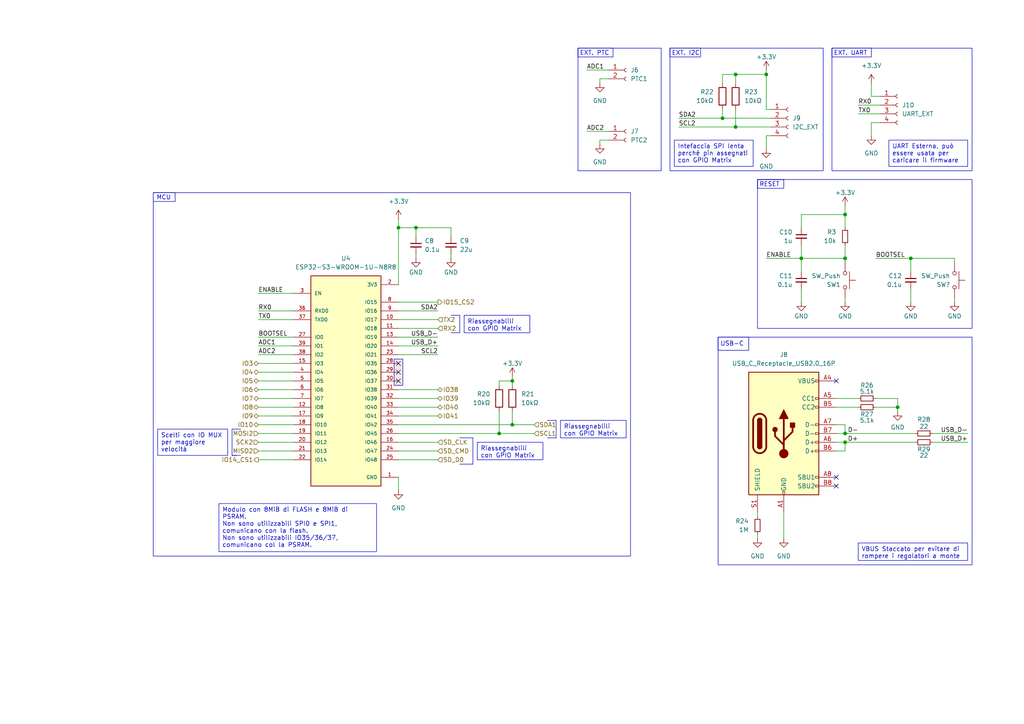
<source format=kicad_sch>
(kicad_sch (version 20250114) (generator "eeschema") (generator_version "9.0")
  (paper "A4")
  (lib_symbols
    (symbol "Connector:Conn_01x02_Socket" (pin_names (offset 1.016) (hide yes))
      (property "Reference" "J" (at 0 2.54 0))
      (property "Value" "Conn_01x02_Socket" (at 0 -5.08 0))
      (symbol "Conn_01x02_Socket_1_1"
        (polyline (pts (xy -1.27 0) (xy -0.508 0)) (stroke (width 0.1524)))
        (polyline (pts (xy -1.27 -2.54) (xy -0.508 -2.54)) (stroke (width 0.1524)))
        (arc (start 0 -0.508) (mid -0.5058 0) (end 0 0.508) (stroke (width 0.1524)))
        (arc (start 0 -3.048) (mid -0.5058 -2.54) (end 0 -2.032) (stroke (width 0.1524)))
        (pin passive line (at -5.08 0 0) (length 3.81) (name "Pin_1") (number "1"))
        (pin passive line (at -5.08 -2.54 0) (length 3.81) (name "Pin_2") (number "2"))
      )
    )
    (symbol "Connector:Conn_01x04_Socket" (pin_names (offset 1.016) (hide yes))
      (property "Reference" "J" (at 0 5.08 0))
      (property "Value" "Conn_01x04_Socket" (at 0 -7.62 0))
      (symbol "Conn_01x04_Socket_1_1"
        (polyline (pts (xy -1.27 2.54) (xy -0.508 2.54)) (stroke (width 0.1524)))
        (polyline (pts (xy -1.27 0) (xy -0.508 0)) (stroke (width 0.1524)))
        (polyline (pts (xy -1.27 -2.54) (xy -0.508 -2.54)) (stroke (width 0.1524)))
        (polyline (pts (xy -1.27 -5.08) (xy -0.508 -5.08)) (stroke (width 0.1524)))
        (arc (start 0 2.032) (mid -0.5058 2.54) (end 0 3.048) (stroke (width 0.1524)))
        (arc (start 0 -0.508) (mid -0.5058 0) (end 0 0.508) (stroke (width 0.1524)))
        (arc (start 0 -3.048) (mid -0.5058 -2.54) (end 0 -2.032) (stroke (width 0.1524)))
        (arc (start 0 -5.588) (mid -0.5058 -5.08) (end 0 -4.572) (stroke (width 0.1524)))
        (pin passive line (at -5.08 2.54 0) (length 3.81) (name "Pin_1") (number "1"))
        (pin passive line (at -5.08 0 0) (length 3.81) (name "Pin_2") (number "2"))
        (pin passive line (at -5.08 -2.54 0) (length 3.81) (name "Pin_3") (number "3"))
        (pin passive line (at -5.08 -5.08 0) (length 3.81) (name "Pin_4") (number "4"))
      )
    )
    (symbol "Connector:USB_C_Receptacle_USB2.0_16P" (pin_names (offset 1.016))
      (property "Reference" "J" (at 0 22.225 0))
      (property "Value" "USB_C_Receptacle_USB2.0_16P" (at 0 19.685 0))
      (symbol "USB_C_Receptacle_USB2.0_16P_0_0"
        (rectangle (start -0.254 -17.78) (end 0.254 -16.764))
        (rectangle (start 10.16 15.494) (end 9.144 14.986))
        (rectangle (start 10.16 10.414) (end 9.144 9.906))
        (rectangle (start 10.16 7.874) (end 9.144 7.366))
        (rectangle (start 10.16 2.794) (end 9.144 2.286))
        (rectangle (start 10.16 0.254) (end 9.144 -0.254))
        (rectangle (start 10.16 -2.286) (end 9.144 -2.794))
        (rectangle (start 10.16 -4.826) (end 9.144 -5.334))
        (rectangle (start 10.16 -12.446) (end 9.144 -12.954))
        (rectangle (start 10.16 -14.986) (end 9.144 -15.494))
      )
      (symbol "USB_C_Receptacle_USB2.0_16P_0_1"
        (rectangle (start -10.16 17.78) (end 10.16 -17.78) (stroke (width 0.254)) (fill (type background)))
        (polyline (pts (xy -8.89 -3.81) (xy -8.89 3.81)) (stroke (width 0.508)))
        (rectangle (start -7.62 -3.81) (end -6.35 3.81) (stroke (width 0.254)) (fill (type outline)))
        (arc (start -7.62 3.81) (mid -6.985 4.4423) (end -6.35 3.81) (stroke (width 0.254)))
        (arc (start -7.62 3.81) (mid -6.985 4.4423) (end -6.35 3.81) (stroke (width 0.254)) (fill (type outline)))
        (arc (start -8.89 3.81) (mid -6.985 5.7067) (end -5.08 3.81) (stroke (width 0.508)))
        (arc (start -5.08 -3.81) (mid -6.985 -5.7067) (end -8.89 -3.81) (stroke (width 0.508)))
        (arc (start -6.35 -3.81) (mid -6.985 -4.4423) (end -7.62 -3.81) (stroke (width 0.254)))
        (arc (start -6.35 -3.81) (mid -6.985 -4.4423) (end -7.62 -3.81) (stroke (width 0.254)) (fill (type outline)))
        (polyline (pts (xy -5.08 3.81) (xy -5.08 -3.81)) (stroke (width 0.508)))
        (circle (center -2.54 1.143) (radius 0.635) (stroke (width 0.254)) (fill (type outline)))
        (polyline (pts (xy -1.27 4.318) (xy 0 6.858) (xy 1.27 4.318) (xy -1.27 4.318)) (stroke (width 0.254)) (fill (type outline)))
        (polyline (pts (xy 0 -2.032) (xy 2.54 0.508) (xy 2.54 1.778)) (stroke (width 0.508)))
        (polyline (pts (xy 0 -3.302) (xy -2.54 -0.762) (xy -2.54 0.508)) (stroke (width 0.508)))
        (polyline (pts (xy 0 -5.842) (xy 0 4.318)) (stroke (width 0.508)))
        (circle (center 0 -5.842) (radius 1.27) (fill (type outline)))
        (rectangle (start 1.905 1.778) (end 3.175 3.048) (stroke (width 0.254)) (fill (type outline)))
      )
      (symbol "USB_C_Receptacle_USB2.0_16P_1_1"
        (pin passive line (at -7.62 -22.86 90) (length 5.08) (name "SHIELD") (number "S1"))
        (pin passive line (at 0 -22.86 90) (length 5.08) (name "GND") (number "A1"))
        (pin passive line (at 0 -22.86 90) (length 5.08) (hide yes) (name "GND") (number "A12"))
        (pin passive line (at 0 -22.86 90) (length 5.08) (hide yes) (name "GND") (number "B1"))
        (pin passive line (at 0 -22.86 90) (length 5.08) (hide yes) (name "GND") (number "B12"))
        (pin passive line (at 15.24 15.24 180) (length 5.08) (name "VBUS") (number "A4"))
        (pin passive line (at 15.24 15.24 180) (length 5.08) (hide yes) (name "VBUS") (number "A9"))
        (pin passive line (at 15.24 15.24 180) (length 5.08) (hide yes) (name "VBUS") (number "B4"))
        (pin passive line (at 15.24 15.24 180) (length 5.08) (hide yes) (name "VBUS") (number "B9"))
        (pin bidirectional line (at 15.24 10.16 180) (length 5.08) (name "CC1") (number "A5"))
        (pin bidirectional line (at 15.24 7.62 180) (length 5.08) (name "CC2") (number "B5"))
        (pin bidirectional line (at 15.24 2.54 180) (length 5.08) (name "D-") (number "A7"))
        (pin bidirectional line (at 15.24 0 180) (length 5.08) (name "D-") (number "B7"))
        (pin bidirectional line (at 15.24 -2.54 180) (length 5.08) (name "D+") (number "A6"))
        (pin bidirectional line (at 15.24 -5.08 180) (length 5.08) (name "D+") (number "B6"))
        (pin bidirectional line (at 15.24 -12.7 180) (length 5.08) (name "SBU1") (number "A8"))
        (pin bidirectional line (at 15.24 -15.24 180) (length 5.08) (name "SBU2") (number "B8"))
      )
    )
    (symbol "Device:C_Small" (pin_numbers (hide yes)) (pin_names (offset 0.254) (hide yes))
      (property "Reference" "C" (at 0.254 1.778 0))
      (property "Value" "C_Small" (at 0.254 -2.032 0))
      (symbol "C_Small_0_1"
        (polyline (pts (xy -1.524 0.508) (xy 1.524 0.508)) (stroke (width 0.3048)))
        (polyline (pts (xy -1.524 -0.508) (xy 1.524 -0.508)) (stroke (width 0.3302)))
      )
      (symbol "C_Small_1_1"
        (pin passive line (at 0 2.54 270) (length 2.032) (name "~") (number "1"))
        (pin passive line (at 0 -2.54 90) (length 2.032) (name "~") (number "2"))
      )
    )
    (symbol "Device:R" (pin_numbers (hide yes)) (pin_names (offset 0))
      (property "Reference" "R" (at 2.032 0 90))
      (property "Value" "R" (at 0 0 90))
      (symbol "R_0_1"
        (rectangle (start -1.016 -2.54) (end 1.016 2.54) (stroke (width 0.254)))
      )
      (symbol "R_1_1"
        (pin passive line (at 0 3.81 270) (length 1.27) (name "~") (number "1"))
        (pin passive line (at 0 -3.81 90) (length 1.27) (name "~") (number "2"))
      )
    )
    (symbol "Device:R_Small" (pin_numbers (hide yes)) (pin_names (offset 0.254) (hide yes))
      (property "Reference" "R" (at 0 0 90))
      (property "Value" "R_Small" (at 1.778 0 90))
      (symbol "R_Small_0_1"
        (rectangle (start -0.762 1.778) (end 0.762 -1.778) (stroke (width 0.2032)))
      )
      (symbol "R_Small_1_1"
        (pin passive line (at 0 2.54 270) (length 0.762) (name "~") (number "1"))
        (pin passive line (at 0 -2.54 90) (length 0.762) (name "~") (number "2"))
      )
    )
    (symbol "ESP32-S3-WROOM-1U-N8R8_1" (pin_names (offset 1.016))
      (property "Reference" "U" (at -10.16 31.242 0))
      (property "Value" "ESP32-S3-WROOM-1U-N8R8" (at -10.16 -33.02 0))
      (symbol "ESP32-S3-WROOM-1U-N8R8_1_0_0"
        (rectangle (start -10.16 -30.48) (end 10.16 30.48) (stroke (width 0.254)) (fill (type background)))
        (pin input line (at -15.24 25.4 0) (length 5.08) (name "EN") (number "3"))
        (pin bidirectional line (at -15.24 20.32 0) (length 5.08) (name "RXD0") (number "36"))
        (pin bidirectional line (at -15.24 17.78 0) (length 5.08) (name "TXD0") (number "37"))
        (pin bidirectional line (at -15.24 12.7 0) (length 5.08) (name "IO0") (number "27"))
        (pin bidirectional line (at -15.24 10.16 0) (length 5.08) (name "IO1") (number "39"))
        (pin bidirectional line (at -15.24 7.62 0) (length 5.08) (name "IO2") (number "38"))
        (pin bidirectional line (at -15.24 5.08 0) (length 5.08) (name "IO3") (number "15"))
        (pin bidirectional line (at -15.24 2.54 0) (length 5.08) (name "IO4") (number "4"))
        (pin bidirectional line (at -15.24 0 0) (length 5.08) (name "IO5") (number "5"))
        (pin bidirectional line (at -15.24 -2.54 0) (length 5.08) (name "IO6") (number "6"))
        (pin bidirectional line (at -15.24 -5.08 0) (length 5.08) (name "IO7") (number "7"))
        (pin bidirectional line (at -15.24 -7.62 0) (length 5.08) (name "IO8") (number "12"))
        (pin bidirectional line (at -15.24 -10.16 0) (length 5.08) (name "IO9") (number "17"))
        (pin bidirectional line (at -15.24 -12.7 0) (length 5.08) (name "IO10") (number "18"))
        (pin bidirectional line (at -15.24 -15.24 0) (length 5.08) (name "IO11") (number "19"))
        (pin bidirectional line (at -15.24 -17.78 0) (length 5.08) (name "IO12") (number "20"))
        (pin bidirectional line (at -15.24 -20.32 0) (length 5.08) (name "IO13") (number "21"))
        (pin bidirectional line (at -15.24 -22.86 0) (length 5.08) (name "IO14") (number "22"))
        (pin power_in line (at 15.24 27.94 180) (length 5.08) (name "3V3") (number "2"))
        (pin bidirectional line (at 15.24 22.86 180) (length 5.08) (name "IO15") (number "8"))
        (pin bidirectional line (at 15.24 20.32 180) (length 5.08) (name "IO16") (number "9"))
        (pin bidirectional line (at 15.24 17.78 180) (length 5.08) (name "IO17") (number "10"))
        (pin bidirectional line (at 15.24 15.24 180) (length 5.08) (name "IO18") (number "11"))
        (pin bidirectional line (at 15.24 12.7 180) (length 5.08) (name "IO19") (number "13"))
        (pin bidirectional line (at 15.24 10.16 180) (length 5.08) (name "IO20") (number "14"))
        (pin bidirectional line (at 15.24 7.62 180) (length 5.08) (name "IO21") (number "23"))
        (pin bidirectional line (at 15.24 5.08 180) (length 5.08) (name "IO35") (number "28"))
        (pin bidirectional line (at 15.24 2.54 180) (length 5.08) (name "IO36") (number "29"))
        (pin bidirectional line (at 15.24 0 180) (length 5.08) (name "IO37") (number "30"))
        (pin bidirectional line (at 15.24 -2.54 180) (length 5.08) (name "IO38") (number "31"))
        (pin bidirectional line (at 15.24 -5.08 180) (length 5.08) (name "IO39") (number "32"))
        (pin bidirectional line (at 15.24 -7.62 180) (length 5.08) (name "IO40") (number "33"))
        (pin bidirectional line (at 15.24 -10.16 180) (length 5.08) (name "IO41") (number "34"))
        (pin bidirectional line (at 15.24 -12.7 180) (length 5.08) (name "IO42") (number "35"))
        (pin bidirectional line (at 15.24 -15.24 180) (length 5.08) (name "IO45") (number "26"))
        (pin bidirectional line (at 15.24 -17.78 180) (length 5.08) (name "IO46") (number "16"))
        (pin bidirectional line (at 15.24 -20.32 180) (length 5.08) (name "IO47") (number "24"))
        (pin bidirectional line (at 15.24 -22.86 180) (length 5.08) (name "IO48") (number "25"))
        (pin power_in line (at 15.24 -27.94 180) (length 5.08) (name "GND") (number "1"))
        (pin power_in line (at 15.24 -27.94 180) (length 5.08) (hide yes) (name "GND") (number "40"))
        (pin power_in line (at 15.24 -27.94 180) (length 5.08) (hide yes) (name "GND") (number "41_1"))
        (pin power_in line (at 15.24 -27.94 180) (length 5.08) (hide yes) (name "GND") (number "41_2"))
        (pin power_in line (at 15.24 -27.94 180) (length 5.08) (hide yes) (name "GND") (number "41_3"))
        (pin power_in line (at 15.24 -27.94 180) (length 5.08) (hide yes) (name "GND") (number "41_4"))
        (pin power_in line (at 15.24 -27.94 180) (length 5.08) (hide yes) (name "GND") (number "41_5"))
        (pin power_in line (at 15.24 -27.94 180) (length 5.08) (hide yes) (name "GND") (number "41_6"))
        (pin power_in line (at 15.24 -27.94 180) (length 5.08) (hide yes) (name "GND") (number "41_7"))
        (pin power_in line (at 15.24 -27.94 180) (length 5.08) (hide yes) (name "GND") (number "41_8"))
        (pin power_in line (at 15.24 -27.94 180) (length 5.08) (hide yes) (name "GND") (number "41_9"))
      )
    )
    (symbol "Switch:SW_Push" (pin_numbers (hide yes)) (pin_names (offset 1.016) (hide yes))
      (property "Reference" "SW" (at 1.27 2.54 0))
      (property "Value" "SW_Push" (at 0 -1.524 0))
      (symbol "SW_Push_0_1"
        (circle (center -2.032 0) (radius 0.508))
        (polyline (pts (xy 0 1.27) (xy 0 3.048)))
        (circle (center 2.032 0) (radius 0.508))
        (polyline (pts (xy 2.54 1.27) (xy -2.54 1.27)))
        (pin passive line (at -5.08 0 0) (length 2.54) (name "1") (number "1"))
        (pin passive line (at 5.08 0 180) (length 2.54) (name "2") (number "2"))
      )
    )
    (symbol "power:+3.3V" (power) (pin_numbers (hide yes)) (pin_names (offset 0) (hide yes))
      (property "Value" "+3.3V" (at 0 3.556 0))
      (symbol "+3.3V_0_1"
        (polyline (pts (xy -0.762 1.27) (xy 0 2.54)))
        (polyline (pts (xy 0 2.54) (xy 0.762 1.27)))
        (polyline (pts (xy 0 0) (xy 0 2.54)))
      )
      (symbol "+3.3V_1_1"
        (pin power_in line (at 0 0 90) (length 0) (name "~") (number "1"))
      )
    )
    (symbol "power:GND" (power) (pin_numbers (hide yes)) (pin_names (offset 0) (hide yes))
      (property "Value" "GND" (at 0 -3.81 0))
      (symbol "GND_0_1"
        (polyline (pts (xy 0 0) (xy 0 -1.27) (xy 1.27 -1.27) (xy 0 -2.54) (xy -1.27 -1.27) (xy 0 -1.27)))
      )
      (symbol "GND_1_1"
        (pin power_in line (at 0 0 270) (length 0) (name "~") (number "1"))
      )
    )
  )
  (rectangle (start 167.64 13.97) (end 177.8 16.51))
  (rectangle (start 241.3 13.97) (end 252.73 16.51))
  (rectangle (start 194.31 13.97) (end 203.2 16.51))
  (rectangle (start 167.64 13.97) (end 191.77 49.53))
  (rectangle (start 44.45 55.88) (end 182.88 161.29))
  (rectangle (start 241.3 13.97) (end 281.94 49.53))
  (rectangle (start 219.71 52.07) (end 227.33 54.61))
  (rectangle (start 219.71 52.07) (end 281.94 95.25))
  (rectangle (start 194.31 13.97) (end 238.76 49.53))
  (rectangle (start 208.28 97.79) (end 281.94 163.83))
  (rectangle (start 208.28 97.79) (end 217.17 101.6))
  (rectangle (start 114.3 104.14) (end 116.84 111.76) (fill (type color) (color 204 102 0 0.15)))
  (rectangle (start 44.45 55.88) (end 50.8 58.42))
  (text "RESET" (at 220.218 53.594 0) (effects (font (size 1.27 1.27)) (justify left)))
  (text "EXT. I2C" (at 194.818 15.494 0) (effects (font (size 1.27 1.27)) (justify left)))
  (text "USB-C" (at 212.344 99.822 0) (effects (font (size 1.27 1.27))))
  (text "MCU" (at 47.498 57.404 0) (effects (font (size 1.27 1.27))))
  (text "EXT. UART" (at 241.808 15.494 0) (effects (font (size 1.27 1.27)) (justify left)))
  (text "EXT. PTC" (at 168.148 15.494 0) (effects (font (size 1.27 1.27)) (justify left)))
  (text_box "UART Esterna, può essere usata per caricare il firmware" (at 257.81 40.64 0) (size 22.86 7.62) (margins 0.9525 0.9525 0.9525 0.9525) (effects (font (size 1.27 1.27)) (justify left top)))
  (text_box "VBUS Staccato per evitare di rompere i regolatori a monte\n" (at 248.92 157.48 0) (size 31.75 5.08) (margins 0.9525 0.9525 0.9525 0.9525) (effects (font (size 1.27 1.27)) (justify left top)))
  (text_box "Riassegnablili con GPIO Matrix" (at 134.62 91.44 0) (size 19.05 5.08) (margins 0.9525 0.9525 0.9525 0.9525) (effects (font (size 1.27 1.27)) (justify left top)))
  (text_box "Intefaccia SPI lenta perché pin assegnati con GPIO Matrix" (at 195.58 40.64 0) (size 22.86 7.62) (margins 0.9525 0.9525 0.9525 0.9525) (effects (font (size 1.27 1.27)) (justify left top)))
  (text_box "Riassegnablili con GPIO Matrix" (at 162.56 121.92 0) (size 19.05 5.08) (margins 0.9525 0.9525 0.9525 0.9525) (effects (font (size 1.27 1.27)) (justify left top)))
  (text_box "Scelti con IO MUX per maggiore velocità" (at 45.72 124.46 0) (size 20.32 7.62) (margins 0.9525 0.9525 0.9525 0.9525) (effects (font (size 1.27 1.27)) (justify left top)))
  (text_box "Riassegnablili con GPIO Matrix" (at 138.43 128.27 0) (size 19.05 5.08) (margins 0.9525 0.9525 0.9525 0.9525) (effects (font (size 1.27 1.27)) (justify left top)))
  (text_box "Modulo con 8MiB di FLASH e 8MiB di PSRAM.\nNon sono utilizzabili SPI0 e SPI1, comunicano con la flash.\nNon sono utilizzabili IO35/36/37, comunicano col la PSRAM.\n" (at 63.5 146.05 0) (size 45.72 13.97) (margins 0.9525 0.9525 0.9525 0.9525) (effects (font (size 1.27 1.27)) (justify left top)))
  (junction (at 264.16 74.93))
  (junction (at 232.41 74.93))
  (junction (at 115.57 66.04))
  (junction (at 209.55 34.29))
  (junction (at 213.36 36.83))
  (junction (at 148.59 110.49))
  (junction (at 148.59 123.19))
  (junction (at 245.11 128.27))
  (junction (at 213.36 21.59))
  (junction (at 245.11 62.23))
  (junction (at 260.35 118.11))
  (junction (at 120.65 66.04))
  (junction (at 222.25 21.59))
  (junction (at 245.11 74.93))
  (junction (at 144.78 125.73))
  (junction (at 245.11 125.73))
  (no_connect (at 242.57 110.49))
  (no_connect (at 115.57 110.49))
  (no_connect (at 115.57 105.41))
  (no_connect (at 242.57 138.43))
  (no_connect (at 115.57 107.95))
  (no_connect (at 242.57 140.97))
  (wire (pts (xy 130.81 74.93) (xy 130.81 73.66)))
  (wire (pts (xy 74.93 107.95) (xy 85.09 107.95)))
  (wire (pts (xy 222.25 74.93) (xy 232.41 74.93)))
  (wire (pts (xy 74.93 90.17) (xy 85.09 90.17)))
  (polyline (pts (xy 133.35 134.62) (xy 137.16 134.62)))
  (wire (pts (xy 213.36 21.59) (xy 222.25 21.59)))
  (wire (pts (xy 115.57 125.73) (xy 144.78 125.73)))
  (wire (pts (xy 176.53 40.64) (xy 173.99 40.64)))
  (wire (pts (xy 245.11 62.23) (xy 245.11 66.04)))
  (wire (pts (xy 245.11 125.73) (xy 265.43 125.73)))
  (wire (pts (xy 115.57 120.65) (xy 127 120.65)))
  (wire (pts (xy 115.57 95.25) (xy 127 95.25)))
  (wire (pts (xy 252.73 35.56) (xy 252.73 39.37)))
  (polyline (pts (xy 130.81 91.44) (xy 133.35 91.44)))
  (wire (pts (xy 232.41 74.93) (xy 232.41 78.74)))
  (wire (pts (xy 232.41 62.23) (xy 245.11 62.23)))
  (wire (pts (xy 222.25 21.59) (xy 222.25 20.32)))
  (wire (pts (xy 127 87.63) (xy 115.57 87.63)))
  (wire (pts (xy 173.99 22.86) (xy 173.99 24.13)))
  (wire (pts (xy 213.36 31.75) (xy 213.36 36.83)))
  (wire (pts (xy 245.11 125.73) (xy 245.11 123.19)))
  (wire (pts (xy 242.57 118.11) (xy 248.92 118.11)))
  (wire (pts (xy 74.93 118.11) (xy 85.09 118.11)))
  (wire (pts (xy 222.25 39.37) (xy 222.25 43.18)))
  (wire (pts (xy 173.99 40.64) (xy 173.99 41.91)))
  (wire (pts (xy 115.57 113.03) (xy 127 113.03)))
  (wire (pts (xy 148.59 110.49) (xy 148.59 111.76)))
  (polyline (pts (xy 130.81 96.52) (xy 133.35 96.52)))
  (wire (pts (xy 255.27 27.94) (xy 252.73 27.94)))
  (wire (pts (xy 232.41 71.12) (xy 232.41 74.93)))
  (wire (pts (xy 74.93 110.49) (xy 85.09 110.49)))
  (wire (pts (xy 144.78 110.49) (xy 144.78 111.76)))
  (wire (pts (xy 254 118.11) (xy 260.35 118.11)))
  (wire (pts (xy 252.73 24.13) (xy 252.73 27.94)))
  (wire (pts (xy 248.92 30.48) (xy 255.27 30.48)))
  (wire (pts (xy 276.86 87.63) (xy 276.86 86.36)))
  (wire (pts (xy 120.65 74.93) (xy 120.65 73.66)))
  (wire (pts (xy 74.93 123.19) (xy 85.09 123.19)))
  (wire (pts (xy 245.11 123.19) (xy 242.57 123.19)))
  (wire (pts (xy 222.25 31.75) (xy 222.25 21.59)))
  (wire (pts (xy 74.93 130.81) (xy 85.09 130.81)))
  (wire (pts (xy 242.57 125.73) (xy 245.11 125.73)))
  (wire (pts (xy 213.36 21.59) (xy 213.36 24.13)))
  (wire (pts (xy 74.93 100.33) (xy 85.09 100.33)))
  (polyline (pts (xy 68.58 132.08) (xy 69.85 132.08)))
  (wire (pts (xy 219.71 154.94) (xy 219.71 156.21)))
  (wire (pts (xy 232.41 66.04) (xy 232.41 62.23)))
  (wire (pts (xy 245.11 74.93) (xy 245.11 76.2)))
  (polyline (pts (xy 137.16 127) (xy 137.16 134.62)))
  (wire (pts (xy 120.65 66.04) (xy 130.81 66.04)))
  (wire (pts (xy 242.57 115.57) (xy 248.92 115.57)))
  (polyline (pts (xy 68.58 124.46) (xy 67.31 124.46)))
  (wire (pts (xy 260.35 115.57) (xy 260.35 118.11)))
  (wire (pts (xy 115.57 92.71) (xy 127 92.71)))
  (wire (pts (xy 245.11 71.12) (xy 245.11 74.93)))
  (wire (pts (xy 209.55 21.59) (xy 209.55 24.13)))
  (wire (pts (xy 74.93 115.57) (xy 85.09 115.57)))
  (wire (pts (xy 115.57 130.81) (xy 127 130.81)))
  (wire (pts (xy 115.57 123.19) (xy 148.59 123.19)))
  (wire (pts (xy 170.18 38.1) (xy 176.53 38.1)))
  (wire (pts (xy 264.16 74.93) (xy 276.86 74.93)))
  (wire (pts (xy 115.57 90.17) (xy 127 90.17)))
  (wire (pts (xy 255.27 35.56) (xy 252.73 35.56)))
  (wire (pts (xy 245.11 128.27) (xy 242.57 128.27)))
  (wire (pts (xy 74.93 85.09) (xy 85.09 85.09)))
  (wire (pts (xy 148.59 123.19) (xy 154.94 123.19)))
  (wire (pts (xy 196.85 34.29) (xy 209.55 34.29)))
  (wire (pts (xy 115.57 115.57) (xy 127 115.57)))
  (wire (pts (xy 219.71 149.86) (xy 219.71 148.59)))
  (polyline (pts (xy 67.31 132.08) (xy 68.58 132.08)))
  (wire (pts (xy 144.78 125.73) (xy 154.94 125.73)))
  (wire (pts (xy 148.59 110.49) (xy 144.78 110.49)))
  (wire (pts (xy 260.35 118.11) (xy 260.35 119.38)))
  (polyline (pts (xy 158.75 121.92) (xy 161.29 121.92)))
  (wire (pts (xy 74.93 102.87) (xy 85.09 102.87)))
  (wire (pts (xy 254 115.57) (xy 260.35 115.57)))
  (wire (pts (xy 148.59 109.22) (xy 148.59 110.49)))
  (wire (pts (xy 223.52 39.37) (xy 222.25 39.37)))
  (wire (pts (xy 74.93 125.73) (xy 85.09 125.73)))
  (wire (pts (xy 276.86 74.93) (xy 276.86 76.2)))
  (wire (pts (xy 196.85 36.83) (xy 213.36 36.83)))
  (wire (pts (xy 264.16 74.93) (xy 264.16 78.74)))
  (wire (pts (xy 115.57 66.04) (xy 120.65 66.04)))
  (wire (pts (xy 223.52 31.75) (xy 222.25 31.75)))
  (wire (pts (xy 227.33 148.59) (xy 227.33 156.21)))
  (wire (pts (xy 232.41 83.82) (xy 232.41 87.63)))
  (wire (pts (xy 74.93 128.27) (xy 85.09 128.27)))
  (wire (pts (xy 115.57 66.04) (xy 115.57 63.5)))
  (wire (pts (xy 245.11 59.69) (xy 245.11 62.23)))
  (wire (pts (xy 242.57 130.81) (xy 245.11 130.81)))
  (wire (pts (xy 148.59 119.38) (xy 148.59 123.19)))
  (wire (pts (xy 74.93 120.65) (xy 85.09 120.65)))
  (wire (pts (xy 85.09 97.79) (xy 74.93 97.79)))
  (wire (pts (xy 115.57 100.33) (xy 127 100.33)))
  (wire (pts (xy 245.11 87.63) (xy 245.11 86.36)))
  (polyline (pts (xy 67.31 132.08) (xy 68.58 132.08)))
  (wire (pts (xy 264.16 83.82) (xy 264.16 87.63)))
  (polyline (pts (xy 67.31 124.46) (xy 67.31 132.08)))
  (wire (pts (xy 270.51 125.73) (xy 280.67 125.73)))
  (wire (pts (xy 74.93 133.35) (xy 85.09 133.35)))
  (wire (pts (xy 115.57 97.79) (xy 127 97.79)))
  (wire (pts (xy 115.57 138.43) (xy 115.57 142.24)))
  (wire (pts (xy 209.55 34.29) (xy 223.52 34.29)))
  (wire (pts (xy 115.57 118.11) (xy 127 118.11)))
  (wire (pts (xy 213.36 36.83) (xy 223.52 36.83)))
  (wire (pts (xy 209.55 31.75) (xy 209.55 34.29)))
  (polyline (pts (xy 68.58 124.46) (xy 69.85 124.46)))
  (wire (pts (xy 130.81 68.58) (xy 130.81 66.04)))
  (wire (pts (xy 170.18 20.32) (xy 176.53 20.32)))
  (wire (pts (xy 254 74.93) (xy 264.16 74.93)))
  (wire (pts (xy 248.92 33.02) (xy 255.27 33.02)))
  (wire (pts (xy 245.11 130.81) (xy 245.11 128.27)))
  (wire (pts (xy 115.57 133.35) (xy 127 133.35)))
  (wire (pts (xy 270.51 128.27) (xy 280.67 128.27)))
  (wire (pts (xy 232.41 74.93) (xy 245.11 74.93)))
  (wire (pts (xy 115.57 102.87) (xy 127 102.87)))
  (polyline (pts (xy 133.35 91.44) (xy 133.35 96.52)))
  (wire (pts (xy 115.57 128.27) (xy 127 128.27)))
  (wire (pts (xy 245.11 128.27) (xy 265.43 128.27)))
  (wire (pts (xy 74.93 92.71) (xy 85.09 92.71)))
  (polyline (pts (xy 158.75 127) (xy 161.29 127)))
  (wire (pts (xy 209.55 21.59) (xy 213.36 21.59)))
  (wire (pts (xy 74.93 105.41) (xy 85.09 105.41)))
  (wire (pts (xy 176.53 22.86) (xy 173.99 22.86)))
  (wire (pts (xy 74.93 113.03) (xy 85.09 113.03)))
  (wire (pts (xy 115.57 82.55) (xy 115.57 66.04)))
  (polyline (pts (xy 161.29 121.92) (xy 161.29 127)))
  (polyline (pts (xy 133.35 127) (xy 137.16 127)))
  (wire (pts (xy 120.65 68.58) (xy 120.65 66.04)))
  (wire (pts (xy 144.78 119.38) (xy 144.78 125.73)))
  (label "TX0" (at 248.92 33.02 0))
  (label "BOOTSEL" (at 254 74.93 0))
  (label "ADC1" (at 170.18 20.32 0))
  (label "BOOTSEL" (at 74.93 97.79 0))
  (label "ADC1" (at 74.93 100.33 0))
  (label "ENABLE" (at 74.93 85.09 0))
  (label "USB_D-" (at 127 97.79 180))
  (label "SDA2" (at 127 90.17 180))
  (label "SCL2" (at 196.85 36.83 0))
  (label "TX0" (at 74.93 92.71 0))
  (label "SDA2" (at 196.85 34.29 0))
  (label "USB_D+" (at 127 100.33 180))
  (label "ADC2" (at 170.18 38.1 0))
  (label "RX0" (at 248.92 30.48 0))
  (label "D-" (at 248.92 125.73 180))
  (label "ADC2" (at 74.93 102.87 0))
  (label "SCL2" (at 127 102.87 180))
  (label "D+" (at 248.92 128.27 180))
  (label "USB_D+" (at 280.67 128.27 180))
  (label "ENABLE" (at 222.25 74.93 0))
  (label "USB_D-" (at 280.67 125.73 180))
  (label "RX0" (at 74.93 90.17 0))
  (hierarchical_label "IO40" (shape bidirectional) (at 127 118.11 0))
  (hierarchical_label "IO41" (shape bidirectional) (at 127 120.65 0))
  (hierarchical_label "IO4" (shape bidirectional) (at 74.93 107.95 180))
  (hierarchical_label "IO39" (shape bidirectional) (at 127 115.57 0))
  (hierarchical_label "IO7" (shape bidirectional) (at 74.93 115.57 180))
  (hierarchical_label "SD_D0" (shape input) (at 127 133.35 0))
  (hierarchical_label "SCK2" (shape input) (at 74.93 128.27 180))
  (hierarchical_label "MOSI2" (shape input) (at 74.93 125.73 180))
  (hierarchical_label "SCL1" (shape input) (at 154.94 125.73 0))
  (hierarchical_label "IO10" (shape bidirectional) (at 74.93 123.19 180))
  (hierarchical_label "IO3" (shape bidirectional) (at 74.93 105.41 180))
  (hierarchical_label "IO6" (shape bidirectional) (at 74.93 113.03 180))
  (hierarchical_label "IO5" (shape bidirectional) (at 74.93 110.49 180))
  (hierarchical_label "IO38" (shape bidirectional) (at 127 113.03 0))
  (hierarchical_label "IO9" (shape bidirectional) (at 74.93 120.65 180))
  (hierarchical_label "TX2" (shape input) (at 127 92.71 0))
  (hierarchical_label "IO14_CS1" (shape output) (at 74.93 133.35 180))
  (hierarchical_label "RX2" (shape input) (at 127 95.25 0))
  (hierarchical_label "SD_CLK" (shape input) (at 127 128.27 0))
  (hierarchical_label "IO15_CS2" (shape output) (at 127 87.63 0))
  (hierarchical_label "SD_CMD" (shape input) (at 127 130.81 0))
  (hierarchical_label "IO8" (shape bidirectional) (at 74.93 118.11 180))
  (hierarchical_label "SDA1" (shape input) (at 154.94 123.19 0))
  (hierarchical_label "MISO2" (shape input) (at 74.93 130.81 180))
  (symbol (lib_id "power:GND") (at 219.71 156.21 0) (unit 1)
    (property "Reference" "#PWR065" (effects (hide yes)))
    (property "Value" "GND" (at 219.71 161.29 0))
    (property "Description" "Power symbol creates a global label with name \"GND\" , ground" (effects (hide yes)))
  )
  (symbol (lib_id "power:GND") (at 245.11 87.63 0) (mirror y) (unit 1)
    (property "Reference" "#PWR071" (effects (hide yes)))
    (property "Value" "GND" (at 245.11 91.694 0))
    (property "Description" "Power symbol creates a global label with name \"GND\" , ground" (effects (hide yes)))
  )
  (symbol (lib_id "Device:R_Small") (at 251.46 115.57 270) (mirror x) (unit 1)
    (property "Reference" "R26" (at 251.46 111.76 90))
    (property "Value" "5.1k" (at 251.46 113.538 90))
    (property "Footprint" "Resistor_SMD:R_0603_1608Metric_Pad0.98x0.95mm_HandSolder" (effects (hide yes)))
    (property "Description" "Resistor, small symbol" (effects (hide yes)))
  )
  (symbol (lib_id "power:+3.3V") (at 252.73 24.13 0) (mirror y) (unit 1)
    (property "Reference" "#PWR072" (effects (hide yes)))
    (property "Value" "+3.3V" (at 252.73 19.05 0))
    (property "Description" "Power symbol creates a global label with name \"+3.3V\"" (effects (hide yes)))
  )
  (symbol (lib_id "Device:C_Small") (at 120.65 71.12 0) (unit 1)
    (property "Reference" "C8" (at 123.19 69.8562 0) (effects (justify left)))
    (property "Value" "0.1u" (at 123.19 72.3962 0) (effects (justify left)))
    (property "Footprint" "Capacitor_SMD:C_0603_1608Metric_Pad1.08x0.95mm_HandSolder" (effects (hide yes)))
    (property "Description" "Unpolarized capacitor, small symbol" (effects (hide yes)))
  )
  (symbol (lib_id "power:+3.3V") (at 148.59 109.22 0) (unit 1)
    (property "Reference" "#PWR062" (effects (hide yes)))
    (property "Value" "+3.3V" (at 148.59 105.41 0))
    (property "Description" "Power symbol creates a global label with name \"+3.3V\"" (effects (hide yes)))
  )
  (symbol (lib_id "Switch:SW_Push") (at 276.86 81.28 270) (unit 1)
    (property "Reference" "SW?" (at 275.59 82.5501 90) (effects (justify right)))
    (property "Value" "SW_Push" (at 275.59 80.0101 90) (effects (justify right)))
    (property "Footprint" "Buttons:C4B1802110" (effects (hide yes)))
    (property "Description" "Push button switch, generic, two pins" (effects (hide yes)))
  )
  (symbol (lib_id "Connector:USB_C_Receptacle_USB2.0_16P") (at 227.33 125.73 0) (unit 1)
    (property "Reference" "J8" (at 227.33 102.87 0))
    (property "Value" "USB_C_Receptacle_USB2.0_16P" (at 227.33 105.41 0))
    (property "Footprint" "Connector_USB:USB_C_Receptacle_G-Switch_GT-USB-7010ASV" (effects (hide yes)))
    (property "Datasheet" "https://www.usb.org/sites/default/files/documents/usb_type-c.zip" (effects (hide yes)))
    (property "Description" "USB 2.0-only 16P Type-C Receptacle connector" (effects (hide yes)))
  )
  (symbol (lib_id "Device:C_Small") (at 264.16 81.28 0) (mirror y) (unit 1)
    (property "Reference" "C12" (at 261.62 80.0162 0) (effects (justify left)))
    (property "Value" "0.1u" (at 261.62 82.5562 0) (effects (justify left)))
    (property "Footprint" "Capacitor_SMD:C_0603_1608Metric_Pad1.08x0.95mm_HandSolder" (effects (hide yes)))
    (property "Description" "Unpolarized capacitor, small symbol" (effects (hide yes)))
  )
  (symbol (lib_id "power:GND") (at 276.86 87.63 0) (unit 1)
    (property "Reference" "#PWR?" (effects (hide yes)))
    (property "Value" "GND" (at 274.828 91.694 0) (effects (justify left)))
    (property "Description" "Power symbol creates a global label with name \"GND\" , ground" (effects (hide yes)))
  )
  (symbol (lib_id "power:GND") (at 264.16 87.63 0) (unit 1)
    (property "Reference" "#PWR075" (effects (hide yes)))
    (property "Value" "GND" (at 262.128 91.694 0) (effects (justify left)))
    (property "Description" "Power symbol creates a global label with name \"GND\" , ground" (effects (hide yes)))
  )
  (symbol (lib_id "Device:R_Small") (at 267.97 128.27 90) (mirror x) (unit 1)
    (property "Reference" "R29" (at 267.97 130.302 90))
    (property "Value" "22" (at 267.97 132.08 90))
    (property "Footprint" "Resistor_SMD:R_0603_1608Metric_Pad0.98x0.95mm_HandSolder" (effects (hide yes)))
    (property "Description" "Resistor, small symbol" (effects (hide yes)))
  )
  (symbol (lib_id "Device:C_Small") (at 232.41 68.58 0) (mirror y) (unit 1)
    (property "Reference" "C10" (at 229.87 67.3162 0) (effects (justify left)))
    (property "Value" "1u" (at 229.87 69.8562 0) (effects (justify left)))
    (property "Footprint" "Capacitor_SMD:C_0603_1608Metric_Pad1.08x0.95mm_HandSolder" (effects (hide yes)))
    (property "Description" "Unpolarized capacitor, small symbol" (effects (hide yes)))
  )
  (symbol (lib_name "ESP32-S3-WROOM-1U-N8R8_1") (lib_id "ESP32-S3-WROOM-1U-N8R8:ESP32-S3-WROOM-1U-N8R8") (at 100.33 110.49 0) (unit 1)
    (property "Reference" "U4" (at 100.33 74.93 0))
    (property "Value" "ESP32-S3-WROOM-1U-N8R8" (at 100.33 77.47 0))
    (property "Footprint" "ESP32:XCVR_ESP32-S3-WROOM-1U-N8R8" (effects (hide yes)))
    (property "MF" "Espressif Systems" (effects (hide yes)))
    (property "MAXIMUM_PACKAGE_HEIGHT" "3.35mm" (effects (hide yes)))
    (property "Package" "SMD-41 Espressif Systems" (effects (hide yes)))
    (property "Price" "None" (effects (hide yes)))
    (property "Check_prices" "https://www.snapeda.com/parts/ESP32-S3-WROOM-1U-N8R8/Espressif+Systems/view-part/?ref=eda" (effects (hide yes)))
    (property "STANDARD" "Manufacturer Recommendations" (effects (hide yes)))
    (property "PARTREV" "v1.1" (effects (hide yes)))
    (property "SnapEDA_Link" "https://www.snapeda.com/parts/ESP32-S3-WROOM-1U-N8R8/Espressif+Systems/view-part/?ref=snap" (effects (hide yes)))
    (property "MP" "ESP32-S3-WROOM-1U-N8R8" (effects (hide yes)))
    (property "Description_1" "Bluetooth, WiFi 802.11b/g/n, Bluetooth v5.0 Transceiver Module 2.4GHz Antenna Not Included, U.FL Surface Mount" (effects (hide yes)))
    (property "Availability" "In Stock" (effects (hide yes)))
    (property "MANUFACTURER" "Espressif Systems" (effects (hide yes)))
  )
  (symbol (lib_id "Device:R") (at 213.36 27.94 180) (unit 1)
    (property "Reference" "R23" (at 215.9 26.6699 0) (effects (justify right)))
    (property "Value" "10kΩ" (at 215.9 29.2099 0) (effects (justify right)))
    (property "Footprint" "Resistor_SMD:R_0603_1608Metric_Pad0.98x0.95mm_HandSolder" (effects (hide yes)))
    (property "Description" "Resistor" (effects (hide yes)))
  )
  (symbol (lib_id "power:GND") (at 222.25 43.18 0) (unit 1)
    (property "Reference" "#PWR067" (effects (hide yes)))
    (property "Value" "GND" (at 222.25 48.26 0))
    (property "Description" "Power symbol creates a global label with name \"GND\" , ground" (effects (hide yes)))
  )
  (symbol (lib_id "power:+3.3V") (at 115.57 63.5 0) (mirror y) (unit 1)
    (property "Reference" "#PWR058" (effects (hide yes)))
    (property "Value" "+3.3V" (at 115.57 58.42 0))
    (property "Description" "Power symbol creates a global label with name \"+3.3V\"" (effects (hide yes)))
  )
  (symbol (lib_id "power:+3.3V") (at 245.11 59.69 0) (unit 1)
    (property "Reference" "#PWR070" (effects (hide yes)))
    (property "Value" "+3.3V" (at 245.11 55.88 0))
    (property "Description" "Power symbol creates a global label with name \"+3.3V\"" (effects (hide yes)))
  )
  (symbol (lib_id "power:GND") (at 130.81 74.93 0) (unit 1)
    (property "Reference" "#PWR061" (effects (hide yes)))
    (property "Value" "GND" (at 130.81 78.994 0))
    (property "Description" "Power symbol creates a global label with name \"GND\" , ground" (effects (hide yes)))
  )
  (symbol (lib_id "Device:R_Small") (at 251.46 118.11 90) (mirror x) (unit 1)
    (property "Reference" "R27" (at 251.46 120.142 90))
    (property "Value" "5.1k" (at 251.46 121.92 90))
    (property "Footprint" "Resistor_SMD:R_0603_1608Metric_Pad0.98x0.95mm_HandSolder" (effects (hide yes)))
    (property "Description" "Resistor, small symbol" (effects (hide yes)))
  )
  (symbol (lib_id "Device:R_Small") (at 219.71 152.4 0) (unit 1)
    (property "Reference" "R24" (at 217.17 151.1299 0) (effects (justify right)))
    (property "Value" "1M" (at 217.17 153.6699 0) (effects (justify right)))
    (property "Footprint" "Resistor_SMD:R_0603_1608Metric_Pad0.98x0.95mm_HandSolder" (effects (hide yes)))
    (property "Description" "Resistor, small symbol" (effects (hide yes)))
  )
  (symbol (lib_id "power:GND") (at 115.57 142.24 0) (unit 1)
    (property "Reference" "#PWR059" (effects (hide yes)))
    (property "Value" "GND" (at 115.57 147.32 0))
    (property "Description" "Power symbol creates a global label with name \"GND\" , ground" (effects (hide yes)))
  )
  (symbol (lib_id "Connector:Conn_01x02_Socket") (at 181.61 20.32 0) (unit 1)
    (property "Reference" "J6" (at 182.88 20.3199 0) (effects (justify left)))
    (property "Value" "PTC1" (at 182.88 22.8599 0) (effects (justify left)))
    (property "Footprint" "Connector_JST:JST_PH_B2B-PH-K_1x02_P2.00mm_Vertical" (effects (hide yes)))
    (property "Description" "Generic connector, single row, 01x02, script generated" (effects (hide yes)))
  )
  (symbol (lib_id "power:+3.3V") (at 222.25 20.32 0) (unit 1)
    (property "Reference" "#PWR066" (effects (hide yes)))
    (property "Value" "+3.3V" (at 222.25 16.51 0))
    (property "Description" "Power symbol creates a global label with name \"+3.3V\"" (effects (hide yes)))
  )
  (symbol (lib_id "Device:R") (at 148.59 115.57 180) (unit 1)
    (property "Reference" "R21" (at 151.13 114.2999 0) (effects (justify right)))
    (property "Value" "10kΩ" (at 151.13 116.8399 0) (effects (justify right)))
    (property "Footprint" "Resistor_SMD:R_0603_1608Metric_Pad0.98x0.95mm_HandSolder" (effects (hide yes)))
    (property "Description" "Resistor" (effects (hide yes)))
  )
  (symbol (lib_id "power:GND") (at 173.99 24.13 0) (unit 1)
    (property "Reference" "#PWR063" (effects (hide yes)))
    (property "Value" "GND" (at 173.99 29.21 0))
    (property "Description" "Power symbol creates a global label with name \"GND\" , ground" (effects (hide yes)))
  )
  (symbol (lib_id "power:GND") (at 227.33 156.21 0) (unit 1)
    (property "Reference" "#PWR068" (effects (hide yes)))
    (property "Value" "GND" (at 227.33 161.29 0))
    (property "Description" "Power symbol creates a global label with name \"GND\" , ground" (effects (hide yes)))
  )
  (symbol (lib_id "power:GND") (at 260.35 119.38 0) (unit 1)
    (property "Reference" "#PWR074" (effects (hide yes)))
    (property "Value" "GND" (at 260.35 123.952 0))
    (property "Description" "Power symbol creates a global label with name \"GND\" , ground" (effects (hide yes)))
  )
  (symbol (lib_id "power:GND") (at 252.73 39.37 0) (unit 1)
    (property "Reference" "#PWR073" (effects (hide yes)))
    (property "Value" "GND" (at 252.73 44.45 0))
    (property "Description" "Power symbol creates a global label with name \"GND\" , ground" (effects (hide yes)))
  )
  (symbol (lib_id "Device:R_Small") (at 267.97 125.73 90) (unit 1)
    (property "Reference" "R28" (at 267.97 121.666 90))
    (property "Value" "22" (at 267.97 123.698 90))
    (property "Footprint" "Resistor_SMD:R_0603_1608Metric_Pad0.98x0.95mm_HandSolder" (effects (hide yes)))
    (property "Description" "Resistor, small symbol" (effects (hide yes)))
  )
  (symbol (lib_id "Device:R") (at 144.78 115.57 0) (mirror x) (unit 1)
    (property "Reference" "R20" (at 142.24 114.2999 0) (effects (justify right)))
    (property "Value" "10kΩ" (at 142.24 116.8399 0) (effects (justify right)))
    (property "Footprint" "Resistor_SMD:R_0603_1608Metric_Pad0.98x0.95mm_HandSolder" (effects (hide yes)))
    (property "Description" "Resistor" (effects (hide yes)))
  )
  (symbol (lib_id "power:GND") (at 232.41 87.63 0) (mirror y) (unit 1)
    (property "Reference" "#PWR069" (effects (hide yes)))
    (property "Value" "GND" (at 232.41 91.694 0))
    (property "Description" "Power symbol creates a global label with name \"GND\" , ground" (effects (hide yes)))
  )
  (symbol (lib_id "Connector:Conn_01x04_Socket") (at 260.35 30.48 0) (unit 1)
    (property "Reference" "J10" (at 261.62 30.4799 0) (effects (justify left)))
    (property "Value" "UART_EXT" (at 261.62 33.0199 0) (effects (justify left)))
    (property "Footprint" "Connector_JST:JST_PH_B4B-PH-K_1x04_P2.00mm_Vertical" (effects (hide yes)))
    (property "Description" "Generic connector, single row, 01x04, script generated" (effects (hide yes)))
  )
  (symbol (lib_id "Connector:Conn_01x02_Socket") (at 181.61 38.1 0) (unit 1)
    (property "Reference" "J7" (at 182.88 38.0999 0) (effects (justify left)))
    (property "Value" "PTC2" (at 182.88 40.6399 0) (effects (justify left)))
    (property "Footprint" "Connector_JST:JST_PH_B2B-PH-K_1x02_P2.00mm_Vertical" (effects (hide yes)))
    (property "Description" "Generic connector, single row, 01x02, script generated" (effects (hide yes)))
  )
  (symbol (lib_id "Connector:Conn_01x04_Socket") (at 228.6 34.29 0) (unit 1)
    (property "Reference" "J9" (at 229.87 34.2899 0) (effects (justify left)))
    (property "Value" "I2C_EXT" (at 229.87 36.8299 0) (effects (justify left)))
    (property "Footprint" "Connector_JST:JST_PH_B4B-PH-K_1x04_P2.00mm_Vertical" (effects (hide yes)))
    (property "Description" "Generic connector, single row, 01x04, script generated" (effects (hide yes)))
  )
  (symbol (lib_id "Device:C_Small") (at 130.81 71.12 0) (unit 1)
    (property "Reference" "C9" (at 133.35 69.8562 0) (effects (justify left)))
    (property "Value" "22u" (at 133.35 72.3962 0) (effects (justify left)))
    (property "Footprint" "Capacitor_SMD:C_0603_1608Metric_Pad1.08x0.95mm_HandSolder" (effects (hide yes)))
    (property "Description" "Unpolarized capacitor, small symbol" (effects (hide yes)))
  )
  (symbol (lib_id "Device:R") (at 209.55 27.94 0) (mirror x) (unit 1)
    (property "Reference" "R22" (at 207.01 26.6699 0) (effects (justify right)))
    (property "Value" "10kΩ" (at 207.01 29.2099 0) (effects (justify right)))
    (property "Footprint" "Resistor_SMD:R_0603_1608Metric_Pad0.98x0.95mm_HandSolder" (effects (hide yes)))
    (property "Description" "Resistor" (effects (hide yes)))
  )
  (symbol (lib_id "power:GND") (at 120.65 74.93 0) (unit 1)
    (property "Reference" "#PWR060" (effects (hide yes)))
    (property "Value" "GND" (at 120.65 78.994 0))
    (property "Description" "Power symbol creates a global label with name \"GND\" , ground" (effects (hide yes)))
  )
  (symbol (lib_id "Device:R_Small") (at 245.11 68.58 0) (mirror x) (unit 1)
    (property "Reference" "R3" (at 242.57 67.3099 0) (effects (justify right)))
    (property "Value" "10k" (at 242.57 69.8499 0) (effects (justify right)))
    (property "Footprint" "Resistor_SMD:R_0603_1608Metric_Pad0.98x0.95mm_HandSolder" (effects (hide yes)))
    (property "Description" "Resistor, small symbol" (effects (hide yes)))
  )
  (symbol (lib_id "power:GND") (at 173.99 41.91 0) (unit 1)
    (property "Reference" "#PWR064" (effects (hide yes)))
    (property "Value" "GND" (at 173.99 46.99 0))
    (property "Description" "Power symbol creates a global label with name \"GND\" , ground" (effects (hide yes)))
  )
  (symbol (lib_id "Switch:SW_Push") (at 245.11 81.28 270) (unit 1)
    (property "Reference" "SW1" (at 243.84 82.5501 90) (effects (justify right)))
    (property "Value" "SW_Push" (at 243.84 80.0101 90) (effects (justify right)))
    (property "Footprint" "Buttons:C4B1802110" (effects (hide yes)))
    (property "Description" "Push button switch, generic, two pins" (effects (hide yes)))
  )
  (symbol (lib_id "Device:C_Small") (at 232.41 81.28 0) (mirror y) (unit 1)
    (property "Reference" "C11" (at 229.87 80.0162 0) (effects (justify left)))
    (property "Value" "0.1u" (at 229.87 82.5562 0) (effects (justify left)))
    (property "Footprint" "Capacitor_SMD:C_0603_1608Metric_Pad1.08x0.95mm_HandSolder" (effects (hide yes)))
    (property "Description" "Unpolarized capacitor, small symbol" (effects (hide yes)))
  )
)
</source>
